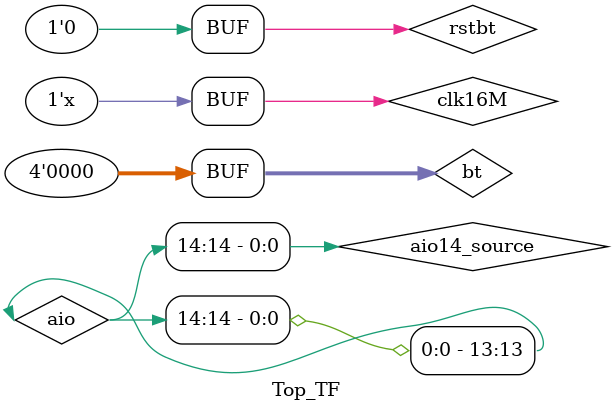
<source format=v>
`timescale 1ns / 1ps


module Top_TF;

	// Inputs
	reg rstbt;
	reg [3:0] bt;
	reg clk16M;

	// Outputs
	wire [7:0] seg_n;
	wire [3:0] dig_n;
	wire [4:0] col_n;
	wire [7:0] ld;

	// Bidirs
	wire [14:13] aio;
	
	reg aio14_source = 1;
	assign aio[14] = aio14_source;

	// Instantiate the Unit Under Test (UUT)
	Top uut (
		.rstbt(rstbt), 
		.bt(bt), 
		.clk16M(clk16M), 
		.seg_n(seg_n), 
		.dig_n(dig_n), 
		.col_n(col_n), 
		.ld(ld), 
		.aio(aio)
	);

	initial begin
		// Initialize Inputs
		rstbt = 0;
		bt = 0;
		clk16M = 0;

		// Wait 100 ns for global reset to finish
		#100;
		
		rstbt = 1;
		#100;
		rstbt = 0;
        
		// Add stimulus here

	end
	
	always #62.5 clk16M = ~clk16M;
	
	
	always
	begin
		#300 aio14_source = aio[13];
	end
      
endmodule


</source>
